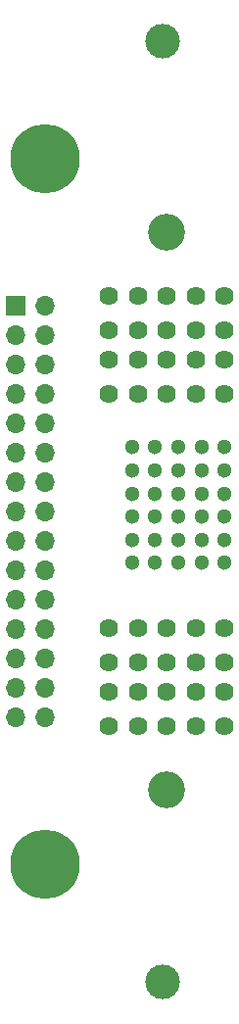
<source format=gbr>
%TF.GenerationSoftware,KiCad,Pcbnew,7.0.9-7.0.9~ubuntu23.04.1*%
%TF.CreationDate,2023-11-27T22:12:47+00:00*%
%TF.ProjectId,BATDATSOCKET01,42415444-4154-4534-9f43-4b455430312e,rev?*%
%TF.SameCoordinates,Original*%
%TF.FileFunction,Soldermask,Bot*%
%TF.FilePolarity,Negative*%
%FSLAX46Y46*%
G04 Gerber Fmt 4.6, Leading zero omitted, Abs format (unit mm)*
G04 Created by KiCad (PCBNEW 7.0.9-7.0.9~ubuntu23.04.1) date 2023-11-27 22:12:47*
%MOMM*%
%LPD*%
G01*
G04 APERTURE LIST*
%ADD10C,3.000000*%
%ADD11C,3.200000*%
%ADD12C,1.300000*%
%ADD13C,1.620000*%
%ADD14C,6.000000*%
%ADD15R,1.700000X1.700000*%
%ADD16O,1.700000X1.700000*%
G04 APERTURE END LIST*
D10*
%TO.C,H2*%
X-9660000Y83527500D03*
%TD*%
D11*
%TO.C,J1*%
X-9300000Y18845000D03*
X-9300000Y67055000D03*
D12*
X-4300000Y38485000D03*
X-4300000Y40485000D03*
X-4300000Y42485000D03*
X-4300000Y44485000D03*
X-4300000Y46485000D03*
X-4300000Y48485000D03*
X-6300000Y38485000D03*
X-6300000Y40485000D03*
X-6300000Y42485000D03*
X-6300000Y44485000D03*
X-6300000Y46485000D03*
X-6300000Y48485000D03*
X-8300000Y38485000D03*
X-8300000Y40485000D03*
X-8300000Y42485000D03*
X-8300000Y44485000D03*
X-8300000Y46485000D03*
X-8300000Y48485000D03*
X-10300000Y38485000D03*
X-10300000Y40485000D03*
X-10300000Y42485000D03*
X-10300000Y44485000D03*
X-10300000Y46485000D03*
X-10300000Y48485000D03*
X-12300000Y38485000D03*
X-12300000Y40485000D03*
X-12300000Y42485000D03*
X-12300000Y44485000D03*
X-12300000Y46485000D03*
X-12300000Y48485000D03*
D13*
X-14300000Y24345000D03*
X-11800000Y24345000D03*
X-9300000Y24345000D03*
X-6800000Y24345000D03*
X-4300000Y24345000D03*
X-14300000Y27345000D03*
X-11800000Y27345000D03*
X-9300000Y27345000D03*
X-6800000Y27345000D03*
X-4300000Y27345000D03*
X-14300000Y29845000D03*
X-11800000Y29845000D03*
X-9300000Y29845000D03*
X-6800000Y29845000D03*
X-4300000Y29845000D03*
X-14300000Y32845000D03*
X-11800000Y32845000D03*
X-9300000Y32845000D03*
X-6800000Y32845000D03*
X-4300000Y32845000D03*
X-14300000Y53055000D03*
X-11800000Y53055000D03*
X-9300000Y53055000D03*
X-6800000Y53055000D03*
X-4300000Y53055000D03*
X-14300000Y56055000D03*
X-11800000Y56055000D03*
X-9300000Y56055000D03*
X-6800000Y56055000D03*
X-4300000Y56055000D03*
X-14300000Y58555000D03*
X-11800000Y58555000D03*
X-9300000Y58555000D03*
X-6800000Y58555000D03*
X-4300000Y58555000D03*
X-14300000Y61555000D03*
X-11800000Y61555000D03*
X-9300000Y61555000D03*
X-6800000Y61555000D03*
X-4300000Y61555000D03*
%TD*%
D14*
%TO.C,H3*%
X-19820000Y73367500D03*
%TD*%
D10*
%TO.C,H1*%
X-9660000Y2247500D03*
%TD*%
D14*
%TO.C,H4*%
X-19820000Y12407500D03*
%TD*%
D15*
%TO.C,J2*%
X-22360000Y60725000D03*
D16*
X-19820000Y60725000D03*
X-22360000Y58185000D03*
X-19820000Y58185000D03*
X-22360000Y55645000D03*
X-19820000Y55645000D03*
X-22360000Y53105000D03*
X-19820000Y53105000D03*
X-22360000Y50565000D03*
X-19820000Y50565000D03*
X-22360000Y48025000D03*
X-19820000Y48025000D03*
X-22360000Y45485000D03*
X-19820000Y45485000D03*
X-22360000Y42945000D03*
X-19820000Y42945000D03*
X-22360000Y40405000D03*
X-19820000Y40405000D03*
X-22360000Y37865000D03*
X-19820000Y37865000D03*
X-22360000Y35325000D03*
X-19820000Y35325000D03*
X-22360000Y32785000D03*
X-19820000Y32785000D03*
X-22360000Y30245000D03*
X-19820000Y30245000D03*
X-22360000Y27705000D03*
X-19820000Y27705000D03*
X-22360000Y25165000D03*
X-19820000Y25165000D03*
%TD*%
M02*

</source>
